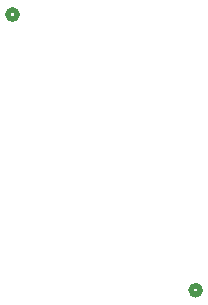
<source format=gbr>
%TF.GenerationSoftware,KiCad,Pcbnew,8.0.4+dfsg-1*%
%TF.CreationDate,2024-12-23T16:36:02+01:00*%
%TF.ProjectId,CMIO-DSI-Adapter,434d494f-2d44-4534-992d-416461707465,rev?*%
%TF.SameCoordinates,Original*%
%TF.FileFunction,Legend,Bot*%
%TF.FilePolarity,Positive*%
%FSLAX46Y46*%
G04 Gerber Fmt 4.6, Leading zero omitted, Abs format (unit mm)*
G04 Created by KiCad (PCBNEW 8.0.4+dfsg-1) date 2024-12-23 16:36:02*
%MOMM*%
%LPD*%
G01*
G04 APERTURE LIST*
%ADD10C,0.508000*%
G04 APERTURE END LIST*
D10*
%TO.C,J2*%
X20562808Y-14667400D02*
G75*
G02*
X19800808Y-14667400I-381000J0D01*
G01*
X19800808Y-14667400D02*
G75*
G02*
X20562808Y-14667400I381000J0D01*
G01*
%TO.C,J1*%
X36071885Y-38007899D02*
G75*
G02*
X35309885Y-38007899I-381000J0D01*
G01*
X35309885Y-38007899D02*
G75*
G02*
X36071885Y-38007899I381000J0D01*
G01*
%TD*%
M02*

</source>
